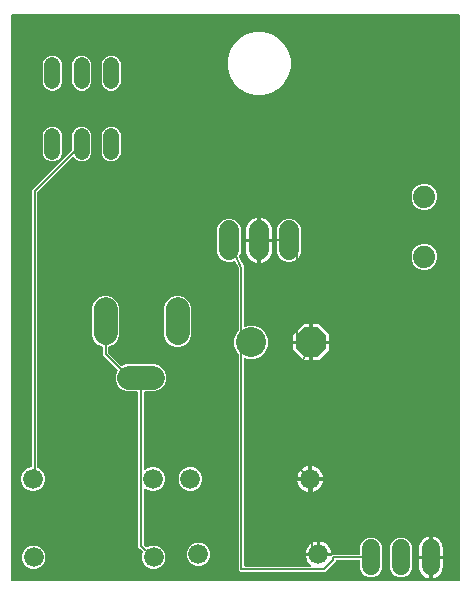
<source format=gbr>
G04 EAGLE Gerber RS-274X export*
G75*
%MOMM*%
%FSLAX34Y34*%
%LPD*%
%INBottom Copper*%
%IPPOS*%
%AMOC8*
5,1,8,0,0,1.08239X$1,22.5*%
G01*
%ADD10C,2.540000*%
%ADD11P,2.749271X8X22.500000*%
%ADD12C,1.676400*%
%ADD13C,1.879600*%
%ADD14C,1.524000*%
%ADD15C,2.000000*%
%ADD16C,1.320800*%
%ADD17C,1.676400*%
%ADD18C,0.152400*%

G36*
X389098Y10164D02*
X389098Y10164D01*
X389117Y10162D01*
X389219Y10184D01*
X389321Y10200D01*
X389338Y10210D01*
X389358Y10214D01*
X389447Y10267D01*
X389538Y10316D01*
X389552Y10330D01*
X389569Y10340D01*
X389636Y10419D01*
X389708Y10494D01*
X389716Y10512D01*
X389729Y10527D01*
X389768Y10623D01*
X389811Y10717D01*
X389813Y10737D01*
X389821Y10755D01*
X389839Y10922D01*
X389839Y489078D01*
X389836Y489098D01*
X389838Y489117D01*
X389816Y489219D01*
X389800Y489321D01*
X389790Y489338D01*
X389786Y489358D01*
X389733Y489447D01*
X389684Y489538D01*
X389670Y489552D01*
X389660Y489569D01*
X389581Y489636D01*
X389506Y489708D01*
X389488Y489716D01*
X389473Y489729D01*
X389377Y489768D01*
X389283Y489811D01*
X389263Y489813D01*
X389245Y489821D01*
X389078Y489839D01*
X10922Y489839D01*
X10902Y489836D01*
X10883Y489838D01*
X10781Y489816D01*
X10679Y489800D01*
X10662Y489790D01*
X10642Y489786D01*
X10553Y489733D01*
X10462Y489684D01*
X10448Y489670D01*
X10431Y489660D01*
X10364Y489581D01*
X10292Y489506D01*
X10284Y489488D01*
X10271Y489473D01*
X10232Y489377D01*
X10189Y489283D01*
X10187Y489263D01*
X10179Y489245D01*
X10161Y489078D01*
X10161Y10922D01*
X10164Y10902D01*
X10162Y10883D01*
X10184Y10781D01*
X10200Y10679D01*
X10210Y10662D01*
X10214Y10642D01*
X10267Y10553D01*
X10316Y10462D01*
X10330Y10448D01*
X10340Y10431D01*
X10419Y10364D01*
X10494Y10292D01*
X10512Y10284D01*
X10527Y10271D01*
X10623Y10232D01*
X10717Y10189D01*
X10737Y10187D01*
X10755Y10179D01*
X10922Y10161D01*
X389078Y10161D01*
X389098Y10164D01*
G37*
%LPC*%
G36*
X312781Y13235D02*
X312781Y13235D01*
X309420Y14627D01*
X306847Y17200D01*
X305455Y20561D01*
X305455Y26952D01*
X305452Y26972D01*
X305454Y26991D01*
X305432Y27093D01*
X305416Y27195D01*
X305406Y27212D01*
X305402Y27232D01*
X305349Y27321D01*
X305300Y27412D01*
X305286Y27426D01*
X305276Y27443D01*
X305197Y27510D01*
X305122Y27582D01*
X305104Y27590D01*
X305089Y27603D01*
X304993Y27642D01*
X304899Y27685D01*
X304879Y27687D01*
X304861Y27695D01*
X304694Y27713D01*
X285548Y27713D01*
X285528Y27710D01*
X285509Y27712D01*
X285407Y27690D01*
X285305Y27674D01*
X285288Y27664D01*
X285268Y27660D01*
X285179Y27607D01*
X285088Y27558D01*
X285074Y27544D01*
X285057Y27534D01*
X284990Y27455D01*
X284918Y27380D01*
X284910Y27362D01*
X284897Y27347D01*
X284858Y27251D01*
X284815Y27157D01*
X284813Y27137D01*
X284805Y27119D01*
X284787Y26952D01*
X284787Y26553D01*
X275947Y17713D01*
X204053Y17713D01*
X202713Y19053D01*
X202713Y201687D01*
X202709Y201714D01*
X202709Y201767D01*
X202642Y202401D01*
X202629Y202451D01*
X202625Y202502D01*
X202596Y202569D01*
X202577Y202638D01*
X202549Y202681D01*
X202528Y202729D01*
X202455Y202820D01*
X202440Y202842D01*
X202433Y202848D01*
X202424Y202860D01*
X201241Y204042D01*
X199075Y209271D01*
X199075Y214929D01*
X201241Y220158D01*
X202490Y221407D01*
X202543Y221481D01*
X202603Y221551D01*
X202615Y221581D01*
X202634Y221607D01*
X202661Y221694D01*
X202695Y221779D01*
X202699Y221820D01*
X202706Y221842D01*
X202705Y221874D01*
X202713Y221945D01*
X202713Y274353D01*
X202701Y274427D01*
X202698Y274503D01*
X202679Y274565D01*
X202674Y274596D01*
X202662Y274618D01*
X202648Y274662D01*
X199959Y280712D01*
X199953Y280720D01*
X199951Y280730D01*
X199886Y280823D01*
X199824Y280918D01*
X199816Y280924D01*
X199810Y280932D01*
X199720Y280999D01*
X199631Y281069D01*
X199621Y281073D01*
X199613Y281079D01*
X199506Y281114D01*
X199399Y281152D01*
X199389Y281152D01*
X199379Y281155D01*
X199266Y281154D01*
X199153Y281156D01*
X199143Y281153D01*
X199133Y281153D01*
X198972Y281106D01*
X196571Y280111D01*
X192629Y280111D01*
X188988Y281619D01*
X186201Y284406D01*
X184693Y288047D01*
X184693Y308753D01*
X186201Y312394D01*
X188988Y315181D01*
X192629Y316689D01*
X196571Y316689D01*
X200212Y315181D01*
X202999Y312394D01*
X204507Y308753D01*
X204507Y288047D01*
X203280Y285085D01*
X203256Y284986D01*
X203228Y284890D01*
X203229Y284867D01*
X203223Y284845D01*
X203233Y284745D01*
X203236Y284644D01*
X203245Y284617D01*
X203246Y284600D01*
X203260Y284570D01*
X203287Y284484D01*
X206860Y276446D01*
X206891Y276399D01*
X206912Y276348D01*
X206978Y276266D01*
X206995Y276240D01*
X207005Y276232D01*
X207017Y276217D01*
X207287Y275947D01*
X207287Y275647D01*
X207299Y275573D01*
X207302Y275498D01*
X207321Y275435D01*
X207326Y275404D01*
X207338Y275382D01*
X207352Y275338D01*
X207474Y275063D01*
X207337Y274707D01*
X207326Y274653D01*
X207305Y274601D01*
X207294Y274496D01*
X207287Y274467D01*
X207289Y274454D01*
X207287Y274434D01*
X207287Y226145D01*
X207294Y226100D01*
X207292Y226054D01*
X207314Y225979D01*
X207326Y225902D01*
X207348Y225862D01*
X207361Y225818D01*
X207405Y225754D01*
X207442Y225685D01*
X207475Y225653D01*
X207501Y225616D01*
X207563Y225569D01*
X207620Y225516D01*
X207662Y225496D01*
X207698Y225469D01*
X207772Y225445D01*
X207843Y225412D01*
X207889Y225407D01*
X207932Y225393D01*
X208010Y225394D01*
X208087Y225385D01*
X208132Y225395D01*
X208178Y225395D01*
X208310Y225433D01*
X208328Y225437D01*
X208332Y225440D01*
X208339Y225442D01*
X210471Y226325D01*
X216129Y226325D01*
X221358Y224159D01*
X225359Y220158D01*
X227525Y214929D01*
X227525Y209271D01*
X225359Y204042D01*
X221358Y200041D01*
X216129Y197875D01*
X210471Y197875D01*
X208339Y198758D01*
X208295Y198769D01*
X208253Y198788D01*
X208176Y198796D01*
X208100Y198814D01*
X208054Y198810D01*
X208009Y198815D01*
X207932Y198798D01*
X207855Y198791D01*
X207813Y198772D01*
X207768Y198763D01*
X207701Y198723D01*
X207630Y198691D01*
X207596Y198660D01*
X207557Y198637D01*
X207506Y198577D01*
X207449Y198525D01*
X207427Y198485D01*
X207397Y198450D01*
X207368Y198377D01*
X207331Y198309D01*
X207322Y198264D01*
X207305Y198221D01*
X207290Y198086D01*
X207287Y198067D01*
X207288Y198062D01*
X207287Y198055D01*
X207287Y23048D01*
X207290Y23028D01*
X207288Y23009D01*
X207310Y22907D01*
X207326Y22805D01*
X207336Y22788D01*
X207340Y22768D01*
X207393Y22679D01*
X207442Y22588D01*
X207456Y22574D01*
X207466Y22557D01*
X207545Y22490D01*
X207620Y22418D01*
X207638Y22410D01*
X207653Y22397D01*
X207749Y22358D01*
X207843Y22315D01*
X207863Y22313D01*
X207881Y22305D01*
X208048Y22287D01*
X263569Y22287D01*
X263577Y22288D01*
X263585Y22287D01*
X263699Y22308D01*
X263812Y22326D01*
X263819Y22330D01*
X263827Y22332D01*
X263928Y22388D01*
X264029Y22442D01*
X264035Y22447D01*
X264042Y22451D01*
X264120Y22536D01*
X264199Y22620D01*
X264202Y22627D01*
X264208Y22633D01*
X264254Y22739D01*
X264302Y22843D01*
X264303Y22851D01*
X264306Y22858D01*
X264317Y22973D01*
X264329Y23087D01*
X264328Y23095D01*
X264329Y23103D01*
X264302Y23216D01*
X264277Y23328D01*
X264273Y23335D01*
X264271Y23342D01*
X264210Y23441D01*
X264151Y23539D01*
X264145Y23544D01*
X264141Y23551D01*
X264017Y23664D01*
X263184Y24269D01*
X261969Y25484D01*
X260958Y26875D01*
X260178Y28407D01*
X259646Y30042D01*
X259482Y31077D01*
X269538Y31077D01*
X269558Y31080D01*
X269577Y31078D01*
X269679Y31100D01*
X269781Y31117D01*
X269798Y31126D01*
X269818Y31130D01*
X269907Y31183D01*
X269998Y31232D01*
X270012Y31246D01*
X270029Y31256D01*
X270096Y31335D01*
X270167Y31410D01*
X270176Y31428D01*
X270189Y31443D01*
X270227Y31539D01*
X270271Y31633D01*
X270273Y31653D01*
X270281Y31671D01*
X270299Y31838D01*
X270299Y32601D01*
X270301Y32601D01*
X270301Y31838D01*
X270304Y31818D01*
X270302Y31799D01*
X270324Y31697D01*
X270341Y31595D01*
X270350Y31578D01*
X270354Y31558D01*
X270407Y31469D01*
X270456Y31378D01*
X270470Y31364D01*
X270480Y31347D01*
X270559Y31280D01*
X270634Y31209D01*
X270652Y31200D01*
X270667Y31187D01*
X270763Y31148D01*
X270857Y31105D01*
X270877Y31103D01*
X270895Y31095D01*
X271062Y31077D01*
X280028Y31077D01*
X280118Y31092D01*
X280209Y31099D01*
X280238Y31111D01*
X280270Y31117D01*
X280351Y31159D01*
X280435Y31195D01*
X280467Y31221D01*
X280488Y31232D01*
X280510Y31255D01*
X280566Y31300D01*
X281553Y32287D01*
X304694Y32287D01*
X304714Y32290D01*
X304733Y32288D01*
X304835Y32310D01*
X304937Y32326D01*
X304954Y32336D01*
X304974Y32340D01*
X305063Y32393D01*
X305154Y32442D01*
X305168Y32456D01*
X305185Y32466D01*
X305252Y32545D01*
X305324Y32620D01*
X305332Y32638D01*
X305345Y32653D01*
X305384Y32749D01*
X305427Y32843D01*
X305429Y32863D01*
X305437Y32881D01*
X305455Y33048D01*
X305455Y39439D01*
X306847Y42800D01*
X309420Y45373D01*
X312781Y46765D01*
X316419Y46765D01*
X319780Y45373D01*
X322353Y42800D01*
X323745Y39439D01*
X323745Y20561D01*
X322353Y17200D01*
X319780Y14627D01*
X316419Y13235D01*
X312781Y13235D01*
G37*
%LPD*%
%LPC*%
G36*
X128829Y20093D02*
X128829Y20093D01*
X125188Y21601D01*
X122401Y24388D01*
X120893Y28029D01*
X120893Y31971D01*
X121842Y34260D01*
X121850Y34298D01*
X121859Y34316D01*
X121862Y34349D01*
X121868Y34373D01*
X121897Y34487D01*
X121896Y34493D01*
X121898Y34499D01*
X121887Y34616D01*
X121878Y34732D01*
X121875Y34738D01*
X121875Y34744D01*
X121827Y34851D01*
X121781Y34959D01*
X121777Y34964D01*
X121775Y34969D01*
X121762Y34983D01*
X121677Y35090D01*
X119276Y37490D01*
X117713Y39053D01*
X117713Y169714D01*
X117710Y169734D01*
X117712Y169753D01*
X117690Y169855D01*
X117674Y169957D01*
X117664Y169974D01*
X117660Y169994D01*
X117607Y170083D01*
X117558Y170174D01*
X117544Y170188D01*
X117534Y170205D01*
X117455Y170272D01*
X117380Y170344D01*
X117362Y170352D01*
X117347Y170365D01*
X117251Y170404D01*
X117157Y170447D01*
X117137Y170449D01*
X117119Y170457D01*
X116952Y170475D01*
X107708Y170475D01*
X103472Y172230D01*
X100230Y175472D01*
X98475Y179708D01*
X98475Y184292D01*
X100184Y188418D01*
X100211Y188531D01*
X100239Y188645D01*
X100239Y188651D01*
X100240Y188657D01*
X100229Y188774D01*
X100220Y188890D01*
X100218Y188896D01*
X100217Y188902D01*
X100169Y189009D01*
X100124Y189116D01*
X100119Y189122D01*
X100117Y189127D01*
X100104Y189140D01*
X100019Y189247D01*
X89276Y199990D01*
X87713Y201553D01*
X87713Y207964D01*
X87694Y208079D01*
X87677Y208195D01*
X87675Y208201D01*
X87674Y208207D01*
X87619Y208310D01*
X87566Y208414D01*
X87561Y208419D01*
X87558Y208424D01*
X87474Y208504D01*
X87390Y208587D01*
X87384Y208590D01*
X87380Y208594D01*
X87363Y208602D01*
X87243Y208668D01*
X83472Y210230D01*
X80230Y213472D01*
X78475Y217708D01*
X78475Y242292D01*
X80230Y246528D01*
X83472Y249770D01*
X87708Y251525D01*
X92292Y251525D01*
X96528Y249770D01*
X99770Y246528D01*
X101525Y242292D01*
X101525Y217708D01*
X99770Y213472D01*
X96528Y210230D01*
X92757Y208668D01*
X92657Y208606D01*
X92557Y208546D01*
X92553Y208541D01*
X92548Y208538D01*
X92473Y208448D01*
X92397Y208359D01*
X92395Y208353D01*
X92391Y208348D01*
X92349Y208240D01*
X92305Y208131D01*
X92304Y208123D01*
X92303Y208119D01*
X92302Y208101D01*
X92287Y207964D01*
X92287Y203763D01*
X92301Y203672D01*
X92309Y203582D01*
X92321Y203552D01*
X92326Y203520D01*
X92369Y203439D01*
X92405Y203355D01*
X92431Y203323D01*
X92442Y203302D01*
X92465Y203280D01*
X92510Y203224D01*
X103460Y192274D01*
X103554Y192206D01*
X103649Y192136D01*
X103655Y192134D01*
X103660Y192130D01*
X103771Y192096D01*
X103883Y192060D01*
X103889Y192060D01*
X103895Y192058D01*
X104012Y192061D01*
X104128Y192062D01*
X104136Y192064D01*
X104141Y192064D01*
X104158Y192071D01*
X104290Y192109D01*
X107708Y193525D01*
X132292Y193525D01*
X136528Y191770D01*
X139770Y188528D01*
X141525Y184292D01*
X141525Y179708D01*
X139770Y175472D01*
X136528Y172230D01*
X132292Y170475D01*
X123048Y170475D01*
X123028Y170472D01*
X123009Y170474D01*
X122907Y170452D01*
X122805Y170436D01*
X122788Y170426D01*
X122768Y170422D01*
X122679Y170369D01*
X122588Y170320D01*
X122574Y170306D01*
X122557Y170296D01*
X122490Y170217D01*
X122418Y170142D01*
X122410Y170124D01*
X122397Y170109D01*
X122358Y170013D01*
X122315Y169919D01*
X122313Y169899D01*
X122305Y169881D01*
X122287Y169714D01*
X122287Y104235D01*
X122298Y104164D01*
X122300Y104092D01*
X122318Y104043D01*
X122326Y103992D01*
X122360Y103929D01*
X122385Y103861D01*
X122417Y103821D01*
X122442Y103775D01*
X122494Y103725D01*
X122538Y103669D01*
X122582Y103641D01*
X122620Y103605D01*
X122685Y103575D01*
X122745Y103536D01*
X122796Y103524D01*
X122843Y103502D01*
X122914Y103494D01*
X122984Y103476D01*
X123036Y103480D01*
X123087Y103475D01*
X123158Y103490D01*
X123229Y103495D01*
X123277Y103516D01*
X123328Y103527D01*
X123389Y103564D01*
X123455Y103592D01*
X123511Y103636D01*
X123539Y103653D01*
X123554Y103671D01*
X123586Y103696D01*
X124688Y104799D01*
X128329Y106307D01*
X132271Y106307D01*
X135912Y104799D01*
X138699Y102012D01*
X140207Y98371D01*
X140207Y94429D01*
X138699Y90788D01*
X135912Y88001D01*
X132271Y86493D01*
X128329Y86493D01*
X124688Y88001D01*
X123586Y89104D01*
X123528Y89145D01*
X123476Y89195D01*
X123429Y89217D01*
X123387Y89247D01*
X123318Y89268D01*
X123253Y89298D01*
X123201Y89304D01*
X123151Y89319D01*
X123080Y89318D01*
X123009Y89325D01*
X122958Y89314D01*
X122906Y89313D01*
X122838Y89288D01*
X122768Y89273D01*
X122723Y89246D01*
X122675Y89229D01*
X122619Y89184D01*
X122557Y89147D01*
X122523Y89107D01*
X122483Y89075D01*
X122444Y89015D01*
X122397Y88960D01*
X122378Y88912D01*
X122350Y88868D01*
X122332Y88798D01*
X122305Y88732D01*
X122297Y88661D01*
X122289Y88629D01*
X122291Y88606D01*
X122287Y88565D01*
X122287Y41263D01*
X122301Y41172D01*
X122309Y41082D01*
X122321Y41052D01*
X122326Y41020D01*
X122369Y40939D01*
X122405Y40855D01*
X122431Y40823D01*
X122442Y40802D01*
X122465Y40780D01*
X122510Y40724D01*
X124579Y38655D01*
X124673Y38587D01*
X124768Y38517D01*
X124774Y38515D01*
X124779Y38511D01*
X124890Y38477D01*
X125002Y38441D01*
X125008Y38441D01*
X125014Y38439D01*
X125131Y38442D01*
X125248Y38443D01*
X125255Y38445D01*
X125260Y38445D01*
X125277Y38452D01*
X125409Y38490D01*
X128829Y39907D01*
X132771Y39907D01*
X136412Y38399D01*
X139199Y35612D01*
X140707Y31971D01*
X140707Y28029D01*
X139199Y24388D01*
X136412Y21601D01*
X132771Y20093D01*
X128829Y20093D01*
G37*
%LPD*%
%LPC*%
G36*
X216489Y421589D02*
X216489Y421589D01*
X209705Y423407D01*
X203624Y426918D01*
X198658Y431884D01*
X195147Y437965D01*
X193329Y444749D01*
X193329Y451771D01*
X195147Y458555D01*
X198658Y464636D01*
X203624Y469602D01*
X209705Y473113D01*
X216489Y474931D01*
X223511Y474931D01*
X230295Y473113D01*
X236376Y469602D01*
X241342Y464636D01*
X244853Y458555D01*
X246671Y451771D01*
X246671Y444749D01*
X244853Y437965D01*
X241342Y431884D01*
X236376Y426918D01*
X230295Y423407D01*
X223511Y421589D01*
X216489Y421589D01*
G37*
%LPD*%
%LPC*%
G36*
X26729Y86493D02*
X26729Y86493D01*
X23088Y88001D01*
X20301Y90788D01*
X18793Y94429D01*
X18793Y98371D01*
X20301Y102012D01*
X23088Y104799D01*
X26729Y106307D01*
X26952Y106307D01*
X26972Y106310D01*
X26991Y106308D01*
X27093Y106330D01*
X27195Y106346D01*
X27212Y106356D01*
X27232Y106360D01*
X27321Y106413D01*
X27412Y106462D01*
X27426Y106476D01*
X27443Y106486D01*
X27510Y106565D01*
X27582Y106640D01*
X27590Y106658D01*
X27603Y106673D01*
X27642Y106769D01*
X27685Y106863D01*
X27687Y106883D01*
X27695Y106901D01*
X27713Y107068D01*
X27713Y340947D01*
X61648Y374882D01*
X61701Y374956D01*
X61761Y375026D01*
X61773Y375056D01*
X61792Y375082D01*
X61819Y375169D01*
X61853Y375254D01*
X61857Y375295D01*
X61864Y375317D01*
X61863Y375349D01*
X61871Y375421D01*
X61871Y388249D01*
X63109Y391237D01*
X65395Y393523D01*
X68383Y394761D01*
X71617Y394761D01*
X74605Y393523D01*
X76891Y391237D01*
X78129Y388249D01*
X78129Y371807D01*
X76891Y368819D01*
X74605Y366533D01*
X71617Y365295D01*
X68383Y365295D01*
X65395Y366533D01*
X63119Y368809D01*
X63103Y368821D01*
X63091Y368836D01*
X63004Y368892D01*
X62920Y368952D01*
X62901Y368958D01*
X62884Y368969D01*
X62783Y368994D01*
X62685Y369025D01*
X62665Y369024D01*
X62645Y369029D01*
X62542Y369021D01*
X62439Y369018D01*
X62420Y369012D01*
X62400Y369010D01*
X62305Y368970D01*
X62208Y368934D01*
X62192Y368921D01*
X62174Y368914D01*
X62043Y368809D01*
X32510Y339276D01*
X32457Y339202D01*
X32397Y339132D01*
X32385Y339102D01*
X32366Y339076D01*
X32339Y338989D01*
X32305Y338904D01*
X32301Y338863D01*
X32294Y338841D01*
X32295Y338809D01*
X32287Y338737D01*
X32287Y106146D01*
X32306Y106031D01*
X32323Y105915D01*
X32325Y105909D01*
X32326Y105903D01*
X32381Y105801D01*
X32434Y105696D01*
X32439Y105691D01*
X32442Y105686D01*
X32526Y105606D01*
X32610Y105524D01*
X32616Y105520D01*
X32620Y105516D01*
X32637Y105509D01*
X32757Y105443D01*
X34312Y104799D01*
X37099Y102012D01*
X38607Y98371D01*
X38607Y94429D01*
X37099Y90788D01*
X34312Y88001D01*
X30671Y86493D01*
X26729Y86493D01*
G37*
%LPD*%
%LPC*%
G36*
X148708Y208475D02*
X148708Y208475D01*
X144472Y210230D01*
X141230Y213472D01*
X139475Y217708D01*
X139475Y242292D01*
X141230Y246528D01*
X144472Y249770D01*
X148708Y251525D01*
X153292Y251525D01*
X157528Y249770D01*
X160770Y246528D01*
X162525Y242292D01*
X162525Y217708D01*
X160770Y213472D01*
X157528Y210230D01*
X153292Y208475D01*
X148708Y208475D01*
G37*
%LPD*%
%LPC*%
G36*
X243429Y280111D02*
X243429Y280111D01*
X239788Y281619D01*
X237001Y284406D01*
X235493Y288047D01*
X235493Y308753D01*
X237001Y312394D01*
X239788Y315181D01*
X243429Y316689D01*
X247371Y316689D01*
X251012Y315181D01*
X253799Y312394D01*
X255307Y308753D01*
X255307Y288047D01*
X253799Y284406D01*
X251012Y281619D01*
X247371Y280111D01*
X243429Y280111D01*
G37*
%LPD*%
%LPC*%
G36*
X338181Y13235D02*
X338181Y13235D01*
X334820Y14627D01*
X332247Y17200D01*
X330855Y20561D01*
X330855Y39439D01*
X332247Y42800D01*
X334820Y45373D01*
X338181Y46765D01*
X341819Y46765D01*
X345180Y45373D01*
X347753Y42800D01*
X349145Y39439D01*
X349145Y20561D01*
X347753Y17200D01*
X345180Y14627D01*
X341819Y13235D01*
X338181Y13235D01*
G37*
%LPD*%
%LPC*%
G36*
X93275Y425239D02*
X93275Y425239D01*
X90287Y426477D01*
X88001Y428763D01*
X86763Y431751D01*
X86763Y448193D01*
X88001Y451181D01*
X90287Y453467D01*
X93275Y454705D01*
X96509Y454705D01*
X99497Y453467D01*
X101783Y451181D01*
X103021Y448193D01*
X103021Y431751D01*
X101783Y428763D01*
X99497Y426477D01*
X96509Y425239D01*
X93275Y425239D01*
G37*
%LPD*%
%LPC*%
G36*
X68383Y425239D02*
X68383Y425239D01*
X65395Y426477D01*
X63109Y428763D01*
X61871Y431751D01*
X61871Y448193D01*
X63109Y451181D01*
X65395Y453467D01*
X68383Y454705D01*
X71617Y454705D01*
X74605Y453467D01*
X76891Y451181D01*
X78129Y448193D01*
X78129Y431751D01*
X76891Y428763D01*
X74605Y426477D01*
X71617Y425239D01*
X68383Y425239D01*
G37*
%LPD*%
%LPC*%
G36*
X43491Y425239D02*
X43491Y425239D01*
X40503Y426477D01*
X38217Y428763D01*
X36979Y431751D01*
X36979Y448193D01*
X38217Y451181D01*
X40503Y453467D01*
X43491Y454705D01*
X46725Y454705D01*
X49713Y453467D01*
X51999Y451181D01*
X53237Y448193D01*
X53237Y431751D01*
X51999Y428763D01*
X49713Y426477D01*
X46725Y425239D01*
X43491Y425239D01*
G37*
%LPD*%
%LPC*%
G36*
X93275Y365295D02*
X93275Y365295D01*
X90287Y366533D01*
X88001Y368819D01*
X86763Y371807D01*
X86763Y388249D01*
X88001Y391237D01*
X90287Y393523D01*
X93275Y394761D01*
X96509Y394761D01*
X99497Y393523D01*
X101783Y391237D01*
X103021Y388249D01*
X103021Y371807D01*
X101783Y368819D01*
X99497Y366533D01*
X96509Y365295D01*
X93275Y365295D01*
G37*
%LPD*%
%LPC*%
G36*
X43491Y365295D02*
X43491Y365295D01*
X40503Y366533D01*
X38217Y368819D01*
X36979Y371807D01*
X36979Y388249D01*
X38217Y391237D01*
X40503Y393523D01*
X43491Y394761D01*
X46725Y394761D01*
X49713Y393523D01*
X51999Y391237D01*
X53237Y388249D01*
X53237Y371807D01*
X51999Y368819D01*
X49713Y366533D01*
X46725Y365295D01*
X43491Y365295D01*
G37*
%LPD*%
%LPC*%
G36*
X357827Y324477D02*
X357827Y324477D01*
X353813Y326140D01*
X350740Y329213D01*
X349077Y333227D01*
X349077Y337573D01*
X350740Y341587D01*
X353813Y344660D01*
X357827Y346323D01*
X362173Y346323D01*
X366187Y344660D01*
X369260Y341587D01*
X370923Y337573D01*
X370923Y333227D01*
X369260Y329213D01*
X366187Y326140D01*
X362173Y324477D01*
X357827Y324477D01*
G37*
%LPD*%
%LPC*%
G36*
X357827Y273677D02*
X357827Y273677D01*
X353813Y275340D01*
X350740Y278413D01*
X349077Y282427D01*
X349077Y286773D01*
X350740Y290787D01*
X353813Y293860D01*
X357827Y295523D01*
X362173Y295523D01*
X366187Y293860D01*
X369260Y290787D01*
X370923Y286773D01*
X370923Y282427D01*
X369260Y278413D01*
X366187Y275340D01*
X362173Y273677D01*
X357827Y273677D01*
G37*
%LPD*%
%LPC*%
G36*
X27229Y20093D02*
X27229Y20093D01*
X23588Y21601D01*
X20801Y24388D01*
X19293Y28029D01*
X19293Y31971D01*
X20801Y35612D01*
X23588Y38399D01*
X27229Y39907D01*
X31171Y39907D01*
X34812Y38399D01*
X37599Y35612D01*
X39107Y31971D01*
X39107Y28029D01*
X37599Y24388D01*
X34812Y21601D01*
X31171Y20093D01*
X27229Y20093D01*
G37*
%LPD*%
%LPC*%
G36*
X166729Y22693D02*
X166729Y22693D01*
X163088Y24201D01*
X160301Y26988D01*
X158793Y30629D01*
X158793Y34571D01*
X160301Y38212D01*
X163088Y40999D01*
X166729Y42507D01*
X170671Y42507D01*
X174312Y40999D01*
X177099Y38212D01*
X178607Y34571D01*
X178607Y30629D01*
X177099Y26988D01*
X174312Y24201D01*
X170671Y22693D01*
X166729Y22693D01*
G37*
%LPD*%
%LPC*%
G36*
X159729Y86493D02*
X159729Y86493D01*
X156088Y88001D01*
X153301Y90788D01*
X151793Y94429D01*
X151793Y98371D01*
X153301Y102012D01*
X156088Y104799D01*
X159729Y106307D01*
X163671Y106307D01*
X167312Y104799D01*
X170099Y102012D01*
X171607Y98371D01*
X171607Y94429D01*
X170099Y90788D01*
X167312Y88001D01*
X163671Y86493D01*
X159729Y86493D01*
G37*
%LPD*%
%LPC*%
G36*
X265623Y213623D02*
X265623Y213623D01*
X265623Y227341D01*
X270413Y227341D01*
X279341Y218413D01*
X279341Y213623D01*
X265623Y213623D01*
G37*
%LPD*%
%LPC*%
G36*
X265623Y196859D02*
X265623Y196859D01*
X265623Y210577D01*
X279341Y210577D01*
X279341Y205787D01*
X270413Y196859D01*
X265623Y196859D01*
G37*
%LPD*%
%LPC*%
G36*
X248859Y213623D02*
X248859Y213623D01*
X248859Y218413D01*
X257787Y227341D01*
X262577Y227341D01*
X262577Y213623D01*
X248859Y213623D01*
G37*
%LPD*%
%LPC*%
G36*
X257787Y196859D02*
X257787Y196859D01*
X248859Y205787D01*
X248859Y210577D01*
X262577Y210577D01*
X262577Y196859D01*
X257787Y196859D01*
G37*
%LPD*%
%LPC*%
G36*
X221523Y299923D02*
X221523Y299923D01*
X221523Y317600D01*
X222558Y317436D01*
X224193Y316904D01*
X225725Y316124D01*
X227116Y315113D01*
X228331Y313898D01*
X229342Y312507D01*
X230122Y310975D01*
X230654Y309340D01*
X230923Y307642D01*
X230923Y299923D01*
X221523Y299923D01*
G37*
%LPD*%
%LPC*%
G36*
X221523Y296877D02*
X221523Y296877D01*
X230923Y296877D01*
X230923Y289158D01*
X230654Y287460D01*
X230122Y285825D01*
X229342Y284293D01*
X228331Y282902D01*
X227116Y281687D01*
X225725Y280676D01*
X224193Y279896D01*
X222558Y279364D01*
X221523Y279200D01*
X221523Y296877D01*
G37*
%LPD*%
%LPC*%
G36*
X209077Y299923D02*
X209077Y299923D01*
X209077Y307642D01*
X209346Y309340D01*
X209878Y310975D01*
X210658Y312507D01*
X211669Y313898D01*
X212884Y315113D01*
X214275Y316124D01*
X215807Y316904D01*
X217442Y317436D01*
X218477Y317600D01*
X218477Y299923D01*
X209077Y299923D01*
G37*
%LPD*%
%LPC*%
G36*
X217442Y279364D02*
X217442Y279364D01*
X215807Y279896D01*
X214275Y280676D01*
X212884Y281687D01*
X211669Y282902D01*
X210658Y284293D01*
X209878Y285825D01*
X209346Y287460D01*
X209077Y289158D01*
X209077Y296877D01*
X218477Y296877D01*
X218477Y279200D01*
X217442Y279364D01*
G37*
%LPD*%
%LPC*%
G36*
X366923Y31523D02*
X366923Y31523D01*
X366923Y47666D01*
X367779Y47531D01*
X369300Y47036D01*
X370725Y46310D01*
X372019Y45370D01*
X373150Y44239D01*
X374090Y42945D01*
X374816Y41520D01*
X375311Y39999D01*
X375561Y38420D01*
X375561Y31523D01*
X366923Y31523D01*
G37*
%LPD*%
%LPC*%
G36*
X366923Y28477D02*
X366923Y28477D01*
X375561Y28477D01*
X375561Y21580D01*
X375311Y20001D01*
X374816Y18480D01*
X374090Y17055D01*
X373150Y15761D01*
X372019Y14630D01*
X370725Y13690D01*
X369300Y12964D01*
X367779Y12469D01*
X366923Y12334D01*
X366923Y28477D01*
G37*
%LPD*%
%LPC*%
G36*
X355239Y31523D02*
X355239Y31523D01*
X355239Y38420D01*
X355489Y39999D01*
X355984Y41520D01*
X356710Y42945D01*
X357650Y44239D01*
X358781Y45370D01*
X360075Y46310D01*
X361500Y47036D01*
X363021Y47531D01*
X363877Y47666D01*
X363877Y31523D01*
X355239Y31523D01*
G37*
%LPD*%
%LPC*%
G36*
X363021Y12469D02*
X363021Y12469D01*
X361500Y12964D01*
X360075Y13690D01*
X358781Y14630D01*
X357650Y15761D01*
X356710Y17055D01*
X355984Y18480D01*
X355489Y20001D01*
X355239Y21580D01*
X355239Y28477D01*
X363877Y28477D01*
X363877Y12334D01*
X363021Y12469D01*
G37*
%LPD*%
%LPC*%
G36*
X264823Y97923D02*
X264823Y97923D01*
X264823Y107218D01*
X265858Y107054D01*
X267493Y106522D01*
X269025Y105742D01*
X270416Y104731D01*
X271631Y103516D01*
X272642Y102125D01*
X273422Y100593D01*
X273954Y98958D01*
X274118Y97923D01*
X264823Y97923D01*
G37*
%LPD*%
%LPC*%
G36*
X271823Y34123D02*
X271823Y34123D01*
X271823Y43418D01*
X272858Y43254D01*
X274493Y42722D01*
X276025Y41942D01*
X277416Y40931D01*
X278631Y39716D01*
X279642Y38325D01*
X280422Y36793D01*
X280954Y35158D01*
X281118Y34123D01*
X271823Y34123D01*
G37*
%LPD*%
%LPC*%
G36*
X252482Y97923D02*
X252482Y97923D01*
X252646Y98958D01*
X253178Y100593D01*
X253958Y102125D01*
X254969Y103516D01*
X256184Y104731D01*
X257575Y105742D01*
X259107Y106522D01*
X260742Y107054D01*
X261777Y107218D01*
X261777Y97923D01*
X252482Y97923D01*
G37*
%LPD*%
%LPC*%
G36*
X264823Y94877D02*
X264823Y94877D01*
X274118Y94877D01*
X273954Y93842D01*
X273422Y92207D01*
X272642Y90675D01*
X271631Y89284D01*
X270416Y88069D01*
X269025Y87058D01*
X267493Y86278D01*
X265858Y85746D01*
X264823Y85582D01*
X264823Y94877D01*
G37*
%LPD*%
%LPC*%
G36*
X259482Y34123D02*
X259482Y34123D01*
X259646Y35158D01*
X260178Y36793D01*
X260958Y38325D01*
X261969Y39716D01*
X263184Y40931D01*
X264575Y41942D01*
X266107Y42722D01*
X267742Y43254D01*
X268777Y43418D01*
X268777Y34123D01*
X259482Y34123D01*
G37*
%LPD*%
%LPC*%
G36*
X260742Y85746D02*
X260742Y85746D01*
X259107Y86278D01*
X257575Y87058D01*
X256184Y88069D01*
X254969Y89284D01*
X253958Y90675D01*
X253178Y92207D01*
X252646Y93842D01*
X252482Y94877D01*
X261777Y94877D01*
X261777Y85582D01*
X260742Y85746D01*
G37*
%LPD*%
%LPC*%
G36*
X264099Y212099D02*
X264099Y212099D01*
X264099Y212101D01*
X264101Y212101D01*
X264101Y212099D01*
X264099Y212099D01*
G37*
%LPD*%
%LPC*%
G36*
X263299Y96399D02*
X263299Y96399D01*
X263299Y96401D01*
X263301Y96401D01*
X263301Y96399D01*
X263299Y96399D01*
G37*
%LPD*%
%LPC*%
G36*
X219999Y298399D02*
X219999Y298399D01*
X219999Y298401D01*
X220001Y298401D01*
X220001Y298399D01*
X219999Y298399D01*
G37*
%LPD*%
%LPC*%
G36*
X365399Y29999D02*
X365399Y29999D01*
X365399Y30001D01*
X365401Y30001D01*
X365401Y29999D01*
X365399Y29999D01*
G37*
%LPD*%
D10*
X213300Y212100D03*
D11*
X264100Y212100D03*
D12*
X130300Y96400D03*
X28700Y96400D03*
X263300Y96400D03*
X161700Y96400D03*
X130800Y30000D03*
X29200Y30000D03*
X270300Y32600D03*
X168700Y32600D03*
D13*
X360000Y284600D03*
X360000Y335400D03*
D14*
X314600Y37620D02*
X314600Y22380D01*
X340000Y22380D02*
X340000Y37620D01*
X365400Y37620D02*
X365400Y22380D01*
D15*
X151000Y220000D02*
X151000Y240000D01*
X90000Y240000D02*
X90000Y220000D01*
X110000Y182000D02*
X130000Y182000D01*
D16*
X45108Y433368D02*
X45108Y446576D01*
X94892Y446576D02*
X94892Y433368D01*
X45108Y386632D02*
X45108Y373424D01*
X94892Y373424D02*
X94892Y386632D01*
X70000Y433368D02*
X70000Y446576D01*
X70000Y386632D02*
X70000Y373424D01*
D17*
X194600Y306782D02*
X194600Y290018D01*
X220000Y290018D02*
X220000Y306782D01*
X245400Y306782D02*
X245400Y290018D01*
D18*
X70000Y380000D02*
X30000Y340000D01*
X30000Y97500D01*
X70000Y380000D02*
X70000Y380028D01*
X30000Y97500D02*
X28700Y96400D01*
X110500Y182000D02*
X90000Y202500D01*
X90000Y230000D01*
X110500Y182000D02*
X120000Y182000D01*
X120000Y40000D02*
X130000Y30000D01*
X120000Y40000D02*
X120000Y182000D01*
X130000Y30000D02*
X130800Y30000D01*
X282500Y30000D02*
X314600Y30000D01*
X282500Y30000D02*
X282500Y27500D01*
X275000Y20000D01*
X205000Y20000D01*
X205000Y201847D01*
X213300Y212100D01*
X205000Y214053D02*
X205000Y275000D01*
X194600Y298400D01*
X205000Y214053D02*
X213300Y212100D01*
X265000Y40000D02*
X270000Y35000D01*
X265000Y40000D02*
X265000Y95000D01*
X270000Y35000D02*
X270300Y32600D01*
X265000Y95000D02*
X263300Y96400D01*
X262500Y97500D02*
X255000Y105000D01*
X255000Y190867D01*
X262500Y97500D02*
X263300Y96400D01*
X255000Y190867D02*
X264100Y212100D01*
X252500Y285000D02*
X239100Y298400D01*
X252500Y285000D02*
X252500Y215000D01*
X239100Y298400D02*
X220000Y298400D01*
X252500Y215000D02*
X264100Y212100D01*
M02*

</source>
